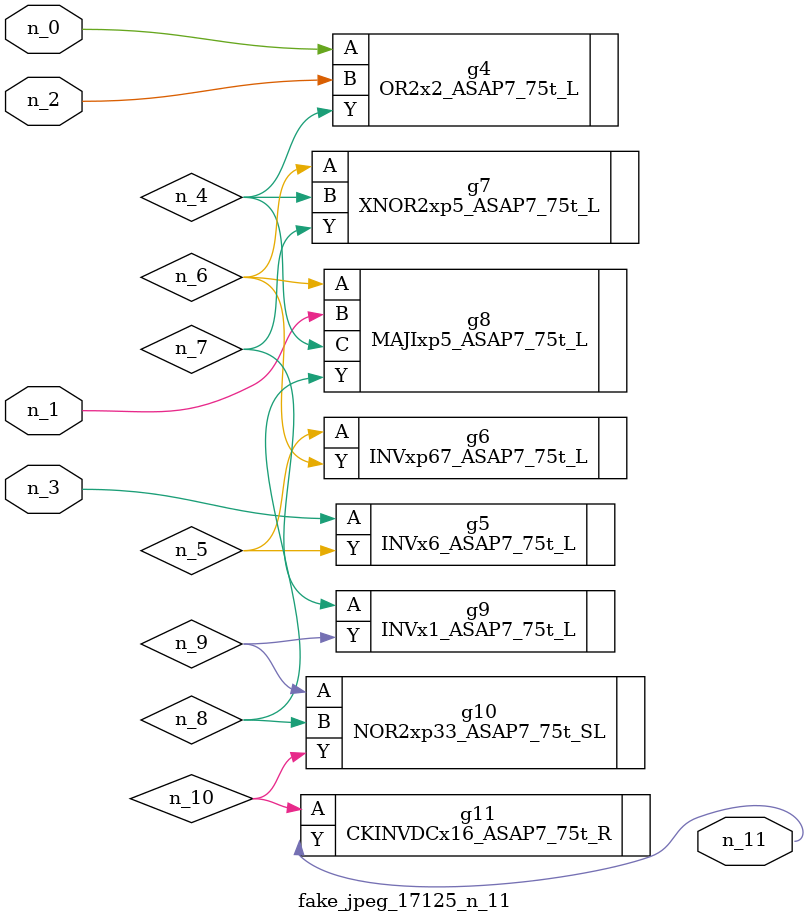
<source format=v>
module fake_jpeg_17125_n_11 (n_0, n_3, n_2, n_1, n_11);

input n_0;
input n_3;
input n_2;
input n_1;

output n_11;

wire n_10;
wire n_4;
wire n_8;
wire n_9;
wire n_6;
wire n_5;
wire n_7;

OR2x2_ASAP7_75t_L g4 ( 
.A(n_0),
.B(n_2),
.Y(n_4)
);

INVx6_ASAP7_75t_L g5 ( 
.A(n_3),
.Y(n_5)
);

INVxp67_ASAP7_75t_L g6 ( 
.A(n_5),
.Y(n_6)
);

MAJIxp5_ASAP7_75t_L g8 ( 
.A(n_6),
.B(n_1),
.C(n_4),
.Y(n_8)
);

XNOR2xp5_ASAP7_75t_L g7 ( 
.A(n_6),
.B(n_4),
.Y(n_7)
);

INVx1_ASAP7_75t_L g9 ( 
.A(n_7),
.Y(n_9)
);

NOR2xp33_ASAP7_75t_SL g10 ( 
.A(n_9),
.B(n_8),
.Y(n_10)
);

CKINVDCx16_ASAP7_75t_R g11 ( 
.A(n_10),
.Y(n_11)
);


endmodule
</source>
